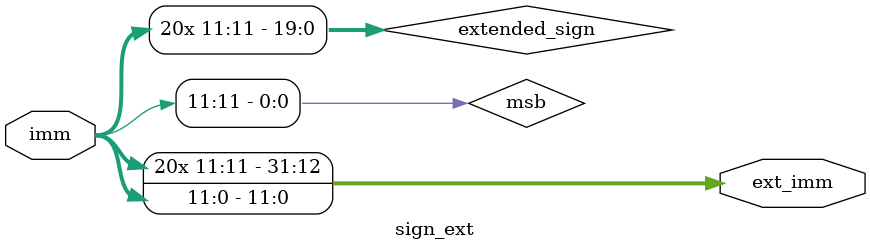
<source format=v>
module sign_ext(
    input [11:0]imm,

    output [31:0]ext_imm
);

/*
*   Problem 4:
*   Describe sign extension logic.
*/

wire msb = imm[11];
wire [19:0]extended_sign = {20{msb}};
assign ext_imm = {extended_sign, imm};

endmodule

</source>
